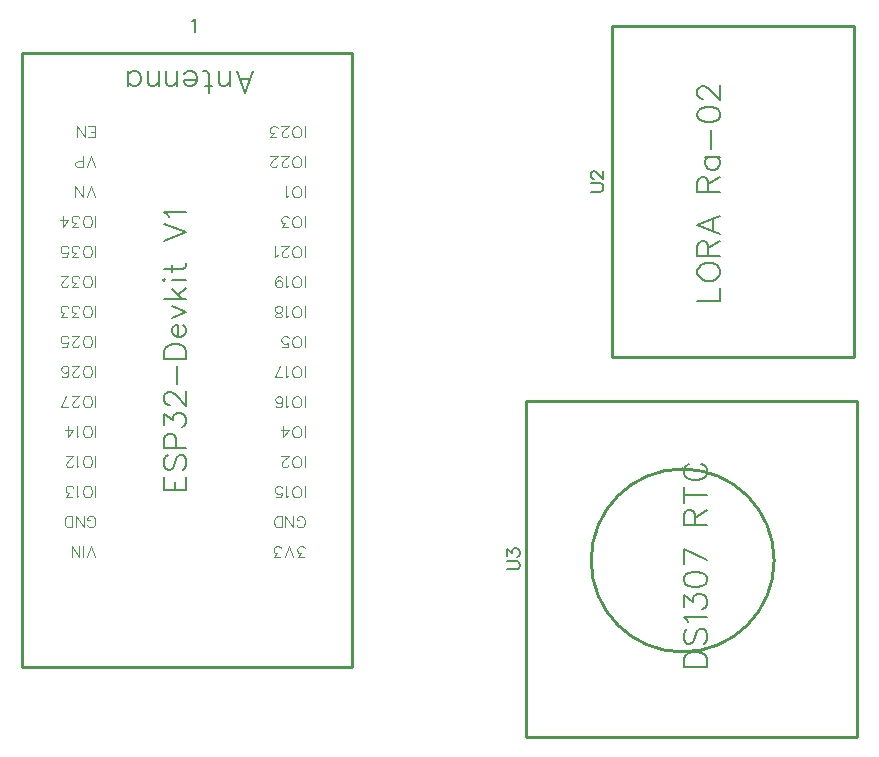
<source format=gto>
G04 Layer: TopSilkscreenLayer*
G04 EasyEDA v6.5.47, 2024-09-23 10:33:38*
G04 d3944284b6e04abc8746af3109f317fc,455023a0ac88494abd61f565c8365122,10*
G04 Gerber Generator version 0.2*
G04 Scale: 100 percent, Rotated: No, Reflected: No *
G04 Dimensions in millimeters *
G04 leading zeros omitted , absolute positions ,4 integer and 5 decimal *
%FSLAX45Y45*%
%MOMM*%

%ADD10C,0.2032*%
%ADD11C,0.1524*%
%ADD12C,0.0813*%
%ADD13C,0.1544*%
%ADD14C,0.2540*%
%ADD15C,0.0139*%

%LPD*%
D10*
X7249922Y5092700D02*
G01*
X7443724Y5092700D01*
X7249922Y5092700D02*
G01*
X7249922Y5157470D01*
X7259065Y5185155D01*
X7277608Y5203444D01*
X7296150Y5212842D01*
X7323836Y5221986D01*
X7369809Y5221986D01*
X7397750Y5212842D01*
X7416038Y5203444D01*
X7434579Y5185155D01*
X7443724Y5157470D01*
X7443724Y5092700D01*
X7277608Y5412231D02*
G01*
X7259065Y5393689D01*
X7249922Y5366004D01*
X7249922Y5329173D01*
X7259065Y5301487D01*
X7277608Y5282945D01*
X7296150Y5282945D01*
X7314438Y5292089D01*
X7323836Y5301487D01*
X7332979Y5320029D01*
X7351522Y5375402D01*
X7360665Y5393689D01*
X7369809Y5403087D01*
X7388352Y5412231D01*
X7416038Y5412231D01*
X7434579Y5393689D01*
X7443724Y5366004D01*
X7443724Y5329173D01*
X7434579Y5301487D01*
X7416038Y5282945D01*
X7286752Y5473192D02*
G01*
X7277608Y5491734D01*
X7249922Y5519420D01*
X7443724Y5519420D01*
X7249922Y5598921D02*
G01*
X7249922Y5700521D01*
X7323836Y5645150D01*
X7323836Y5672836D01*
X7332979Y5691123D01*
X7342124Y5700521D01*
X7369809Y5709665D01*
X7388352Y5709665D01*
X7416038Y5700521D01*
X7434579Y5681979D01*
X7443724Y5654294D01*
X7443724Y5626607D01*
X7434579Y5598921D01*
X7425436Y5589523D01*
X7406893Y5580379D01*
X7249922Y5825997D02*
G01*
X7259065Y5798312D01*
X7286752Y5779770D01*
X7332979Y5770626D01*
X7360665Y5770626D01*
X7406893Y5779770D01*
X7434579Y5798312D01*
X7443724Y5825997D01*
X7443724Y5844539D01*
X7434579Y5872226D01*
X7406893Y5890768D01*
X7360665Y5899912D01*
X7332979Y5899912D01*
X7286752Y5890768D01*
X7259065Y5872226D01*
X7249922Y5844539D01*
X7249922Y5825997D01*
X7249922Y6090157D02*
G01*
X7443724Y5997955D01*
X7249922Y5960871D02*
G01*
X7249922Y6090157D01*
X7249922Y6293357D02*
G01*
X7443724Y6293357D01*
X7249922Y6293357D02*
G01*
X7249922Y6376670D01*
X7259065Y6404355D01*
X7268209Y6413500D01*
X7286752Y6422644D01*
X7305293Y6422644D01*
X7323836Y6413500D01*
X7332979Y6404355D01*
X7342124Y6376670D01*
X7342124Y6293357D01*
X7342124Y6358128D02*
G01*
X7443724Y6422644D01*
X7249922Y6548373D02*
G01*
X7443724Y6548373D01*
X7249922Y6483604D02*
G01*
X7249922Y6612889D01*
X7296150Y6812534D02*
G01*
X7277608Y6803389D01*
X7259065Y6784847D01*
X7249922Y6766305D01*
X7249922Y6729476D01*
X7259065Y6710934D01*
X7277608Y6692392D01*
X7296150Y6683247D01*
X7323836Y6673850D01*
X7369809Y6673850D01*
X7397750Y6683247D01*
X7416038Y6692392D01*
X7434579Y6710934D01*
X7443724Y6729476D01*
X7443724Y6766305D01*
X7434579Y6784847D01*
X7416038Y6803389D01*
X7397750Y6812534D01*
D11*
X3086100Y10559287D02*
G01*
X3096513Y10564621D01*
X3112008Y10580115D01*
X3112008Y10471150D01*
D12*
X4029900Y6019812D02*
G01*
X3979100Y6019812D01*
X4006786Y6056642D01*
X3992816Y6056642D01*
X3983672Y6061214D01*
X3979100Y6066040D01*
X3974528Y6079756D01*
X3974528Y6088900D01*
X3979100Y6102870D01*
X3988244Y6112014D01*
X4002214Y6116840D01*
X4015930Y6116840D01*
X4029900Y6112014D01*
X4034472Y6107442D01*
X4039044Y6098298D01*
X3944048Y6019812D02*
G01*
X3906964Y6116840D01*
X3870134Y6019812D02*
G01*
X3906964Y6116840D01*
X3830256Y6019812D02*
G01*
X3779456Y6019812D01*
X3807142Y6056642D01*
X3793426Y6056642D01*
X3784028Y6061214D01*
X3779456Y6066040D01*
X3774884Y6079756D01*
X3774884Y6088900D01*
X3779456Y6102870D01*
X3788854Y6112014D01*
X3802570Y6116840D01*
X3816540Y6116840D01*
X3830256Y6112014D01*
X3834828Y6107442D01*
X3839654Y6098298D01*
X3969702Y6296926D02*
G01*
X3974528Y6287528D01*
X3983672Y6278384D01*
X3992816Y6273812D01*
X4011358Y6273812D01*
X4020502Y6278384D01*
X4029900Y6287528D01*
X4034472Y6296926D01*
X4039044Y6310642D01*
X4039044Y6333756D01*
X4034472Y6347726D01*
X4029900Y6356870D01*
X4020502Y6366014D01*
X4011358Y6370840D01*
X3992816Y6370840D01*
X3983672Y6366014D01*
X3974528Y6356870D01*
X3969702Y6347726D01*
X3969702Y6333756D01*
X3992816Y6333756D02*
G01*
X3969702Y6333756D01*
X3939222Y6273812D02*
G01*
X3939222Y6370840D01*
X3939222Y6273812D02*
G01*
X3874706Y6370840D01*
X3874706Y6273812D02*
G01*
X3874706Y6370840D01*
X3844226Y6273812D02*
G01*
X3844226Y6370840D01*
X3844226Y6273812D02*
G01*
X3811968Y6273812D01*
X3797998Y6278384D01*
X3788854Y6287528D01*
X3784028Y6296926D01*
X3779456Y6310642D01*
X3779456Y6333756D01*
X3784028Y6347726D01*
X3788854Y6356870D01*
X3797998Y6366014D01*
X3811968Y6370840D01*
X3844226Y6370840D01*
X4039044Y6527812D02*
G01*
X4039044Y6624840D01*
X3980878Y6527812D02*
G01*
X3990022Y6532384D01*
X3999420Y6541528D01*
X4003992Y6550926D01*
X4008564Y6564642D01*
X4008564Y6587756D01*
X4003992Y6601726D01*
X3999420Y6610870D01*
X3990022Y6620014D01*
X3980878Y6624840D01*
X3962336Y6624840D01*
X3953192Y6620014D01*
X3944048Y6610870D01*
X3939222Y6601726D01*
X3934650Y6587756D01*
X3934650Y6564642D01*
X3939222Y6550926D01*
X3944048Y6541528D01*
X3953192Y6532384D01*
X3962336Y6527812D01*
X3980878Y6527812D01*
X3904170Y6546100D02*
G01*
X3895026Y6541528D01*
X3881056Y6527812D01*
X3881056Y6624840D01*
X3795204Y6527812D02*
G01*
X3841432Y6527812D01*
X3846004Y6569214D01*
X3841432Y6564642D01*
X3827462Y6560070D01*
X3813746Y6560070D01*
X3799776Y6564642D01*
X3790632Y6574040D01*
X3786060Y6587756D01*
X3786060Y6596900D01*
X3790632Y6610870D01*
X3799776Y6620014D01*
X3813746Y6624840D01*
X3827462Y6624840D01*
X3841432Y6620014D01*
X3846004Y6615442D01*
X3850576Y6606298D01*
X4039044Y6781812D02*
G01*
X4039044Y6878840D01*
X3980878Y6781812D02*
G01*
X3990022Y6786384D01*
X3999420Y6795528D01*
X4003992Y6804926D01*
X4008564Y6818642D01*
X4008564Y6841756D01*
X4003992Y6855726D01*
X3999420Y6864870D01*
X3990022Y6874014D01*
X3980878Y6878840D01*
X3962336Y6878840D01*
X3953192Y6874014D01*
X3944048Y6864870D01*
X3939222Y6855726D01*
X3934650Y6841756D01*
X3934650Y6818642D01*
X3939222Y6804926D01*
X3944048Y6795528D01*
X3953192Y6786384D01*
X3962336Y6781812D01*
X3980878Y6781812D01*
X3899598Y6804926D02*
G01*
X3899598Y6800100D01*
X3895026Y6790956D01*
X3890454Y6786384D01*
X3881056Y6781812D01*
X3862768Y6781812D01*
X3853370Y6786384D01*
X3848798Y6790956D01*
X3844226Y6800100D01*
X3844226Y6809498D01*
X3848798Y6818642D01*
X3857942Y6832612D01*
X3904170Y6878840D01*
X3839654Y6878840D01*
X4039044Y7035812D02*
G01*
X4039044Y7132840D01*
X3980878Y7035812D02*
G01*
X3990022Y7040384D01*
X3999420Y7049528D01*
X4003992Y7058926D01*
X4008564Y7072642D01*
X4008564Y7095756D01*
X4003992Y7109726D01*
X3999420Y7118870D01*
X3990022Y7128014D01*
X3980878Y7132840D01*
X3962336Y7132840D01*
X3953192Y7128014D01*
X3944048Y7118870D01*
X3939222Y7109726D01*
X3934650Y7095756D01*
X3934650Y7072642D01*
X3939222Y7058926D01*
X3944048Y7049528D01*
X3953192Y7040384D01*
X3962336Y7035812D01*
X3980878Y7035812D01*
X3857942Y7035812D02*
G01*
X3904170Y7100328D01*
X3834828Y7100328D01*
X3857942Y7035812D02*
G01*
X3857942Y7132840D01*
X4039044Y7289812D02*
G01*
X4039044Y7386840D01*
X3980878Y7289812D02*
G01*
X3990022Y7294384D01*
X3999420Y7303528D01*
X4003992Y7312926D01*
X4008564Y7326642D01*
X4008564Y7349756D01*
X4003992Y7363726D01*
X3999420Y7372870D01*
X3990022Y7382014D01*
X3980878Y7386840D01*
X3962336Y7386840D01*
X3953192Y7382014D01*
X3944048Y7372870D01*
X3939222Y7363726D01*
X3934650Y7349756D01*
X3934650Y7326642D01*
X3939222Y7312926D01*
X3944048Y7303528D01*
X3953192Y7294384D01*
X3962336Y7289812D01*
X3980878Y7289812D01*
X3904170Y7308100D02*
G01*
X3895026Y7303528D01*
X3881056Y7289812D01*
X3881056Y7386840D01*
X3795204Y7303528D02*
G01*
X3799776Y7294384D01*
X3813746Y7289812D01*
X3822890Y7289812D01*
X3836860Y7294384D01*
X3846004Y7308100D01*
X3850576Y7331214D01*
X3850576Y7354328D01*
X3846004Y7372870D01*
X3836860Y7382014D01*
X3822890Y7386840D01*
X3818318Y7386840D01*
X3804348Y7382014D01*
X3795204Y7372870D01*
X3790632Y7358900D01*
X3790632Y7354328D01*
X3795204Y7340612D01*
X3804348Y7331214D01*
X3818318Y7326642D01*
X3822890Y7326642D01*
X3836860Y7331214D01*
X3846004Y7340612D01*
X3850576Y7354328D01*
X4039044Y7543812D02*
G01*
X4039044Y7640840D01*
X3980878Y7543812D02*
G01*
X3990022Y7548384D01*
X3999420Y7557528D01*
X4003992Y7566926D01*
X4008564Y7580642D01*
X4008564Y7603756D01*
X4003992Y7617726D01*
X3999420Y7626870D01*
X3990022Y7636014D01*
X3980878Y7640840D01*
X3962336Y7640840D01*
X3953192Y7636014D01*
X3944048Y7626870D01*
X3939222Y7617726D01*
X3934650Y7603756D01*
X3934650Y7580642D01*
X3939222Y7566926D01*
X3944048Y7557528D01*
X3953192Y7548384D01*
X3962336Y7543812D01*
X3980878Y7543812D01*
X3904170Y7562100D02*
G01*
X3895026Y7557528D01*
X3881056Y7543812D01*
X3881056Y7640840D01*
X3786060Y7543812D02*
G01*
X3832288Y7640840D01*
X3850576Y7543812D02*
G01*
X3786060Y7543812D01*
X4039044Y7797812D02*
G01*
X4039044Y7894840D01*
X3980878Y7797812D02*
G01*
X3990022Y7802384D01*
X3999420Y7811528D01*
X4003992Y7820926D01*
X4008564Y7834642D01*
X4008564Y7857756D01*
X4003992Y7871726D01*
X3999420Y7880870D01*
X3990022Y7890014D01*
X3980878Y7894840D01*
X3962336Y7894840D01*
X3953192Y7890014D01*
X3944048Y7880870D01*
X3939222Y7871726D01*
X3934650Y7857756D01*
X3934650Y7834642D01*
X3939222Y7820926D01*
X3944048Y7811528D01*
X3953192Y7802384D01*
X3962336Y7797812D01*
X3980878Y7797812D01*
X3848798Y7797812D02*
G01*
X3895026Y7797812D01*
X3899598Y7839214D01*
X3895026Y7834642D01*
X3881056Y7830070D01*
X3867340Y7830070D01*
X3853370Y7834642D01*
X3844226Y7844040D01*
X3839654Y7857756D01*
X3839654Y7866900D01*
X3844226Y7880870D01*
X3853370Y7890014D01*
X3867340Y7894840D01*
X3881056Y7894840D01*
X3895026Y7890014D01*
X3899598Y7885442D01*
X3904170Y7876298D01*
X4039044Y8051812D02*
G01*
X4039044Y8148840D01*
X3980878Y8051812D02*
G01*
X3990022Y8056384D01*
X3999420Y8065528D01*
X4003992Y8074926D01*
X4008564Y8088642D01*
X4008564Y8111756D01*
X4003992Y8125726D01*
X3999420Y8134870D01*
X3990022Y8144014D01*
X3980878Y8148840D01*
X3962336Y8148840D01*
X3953192Y8144014D01*
X3944048Y8134870D01*
X3939222Y8125726D01*
X3934650Y8111756D01*
X3934650Y8088642D01*
X3939222Y8074926D01*
X3944048Y8065528D01*
X3953192Y8056384D01*
X3962336Y8051812D01*
X3980878Y8051812D01*
X3904170Y8070100D02*
G01*
X3895026Y8065528D01*
X3881056Y8051812D01*
X3881056Y8148840D01*
X3827462Y8051812D02*
G01*
X3841432Y8056384D01*
X3846004Y8065528D01*
X3846004Y8074926D01*
X3841432Y8084070D01*
X3832288Y8088642D01*
X3813746Y8093214D01*
X3799776Y8098040D01*
X3790632Y8107184D01*
X3786060Y8116328D01*
X3786060Y8130298D01*
X3790632Y8139442D01*
X3795204Y8144014D01*
X3809174Y8148840D01*
X3827462Y8148840D01*
X3841432Y8144014D01*
X3846004Y8139442D01*
X3850576Y8130298D01*
X3850576Y8116328D01*
X3846004Y8107184D01*
X3836860Y8098040D01*
X3822890Y8093214D01*
X3804348Y8088642D01*
X3795204Y8084070D01*
X3790632Y8074926D01*
X3790632Y8065528D01*
X3795204Y8056384D01*
X3809174Y8051812D01*
X3827462Y8051812D01*
X4039044Y8305812D02*
G01*
X4039044Y8402840D01*
X3980878Y8305812D02*
G01*
X3990022Y8310384D01*
X3999420Y8319528D01*
X4003992Y8328926D01*
X4008564Y8342642D01*
X4008564Y8365756D01*
X4003992Y8379726D01*
X3999420Y8388870D01*
X3990022Y8398014D01*
X3980878Y8402840D01*
X3962336Y8402840D01*
X3953192Y8398014D01*
X3944048Y8388870D01*
X3939222Y8379726D01*
X3934650Y8365756D01*
X3934650Y8342642D01*
X3939222Y8328926D01*
X3944048Y8319528D01*
X3953192Y8310384D01*
X3962336Y8305812D01*
X3980878Y8305812D01*
X3904170Y8324100D02*
G01*
X3895026Y8319528D01*
X3881056Y8305812D01*
X3881056Y8402840D01*
X3790632Y8338070D02*
G01*
X3795204Y8352040D01*
X3804348Y8361184D01*
X3818318Y8365756D01*
X3822890Y8365756D01*
X3836860Y8361184D01*
X3846004Y8352040D01*
X3850576Y8338070D01*
X3850576Y8333498D01*
X3846004Y8319528D01*
X3836860Y8310384D01*
X3822890Y8305812D01*
X3818318Y8305812D01*
X3804348Y8310384D01*
X3795204Y8319528D01*
X3790632Y8338070D01*
X3790632Y8361184D01*
X3795204Y8384298D01*
X3804348Y8398014D01*
X3818318Y8402840D01*
X3827462Y8402840D01*
X3841432Y8398014D01*
X3846004Y8388870D01*
X4039044Y8559812D02*
G01*
X4039044Y8656840D01*
X3980878Y8559812D02*
G01*
X3990022Y8564384D01*
X3999420Y8573528D01*
X4003992Y8582926D01*
X4008564Y8596642D01*
X4008564Y8619756D01*
X4003992Y8633726D01*
X3999420Y8642870D01*
X3990022Y8652014D01*
X3980878Y8656840D01*
X3962336Y8656840D01*
X3953192Y8652014D01*
X3944048Y8642870D01*
X3939222Y8633726D01*
X3934650Y8619756D01*
X3934650Y8596642D01*
X3939222Y8582926D01*
X3944048Y8573528D01*
X3953192Y8564384D01*
X3962336Y8559812D01*
X3980878Y8559812D01*
X3899598Y8582926D02*
G01*
X3899598Y8578100D01*
X3895026Y8568956D01*
X3890454Y8564384D01*
X3881056Y8559812D01*
X3862768Y8559812D01*
X3853370Y8564384D01*
X3848798Y8568956D01*
X3844226Y8578100D01*
X3844226Y8587498D01*
X3848798Y8596642D01*
X3857942Y8610612D01*
X3904170Y8656840D01*
X3839654Y8656840D01*
X3809174Y8578100D02*
G01*
X3799776Y8573528D01*
X3786060Y8559812D01*
X3786060Y8656840D01*
X4039044Y8813812D02*
G01*
X4039044Y8910840D01*
X3980878Y8813812D02*
G01*
X3990022Y8818384D01*
X3999420Y8827528D01*
X4003992Y8836926D01*
X4008564Y8850642D01*
X4008564Y8873756D01*
X4003992Y8887726D01*
X3999420Y8896870D01*
X3990022Y8906014D01*
X3980878Y8910840D01*
X3962336Y8910840D01*
X3953192Y8906014D01*
X3944048Y8896870D01*
X3939222Y8887726D01*
X3934650Y8873756D01*
X3934650Y8850642D01*
X3939222Y8836926D01*
X3944048Y8827528D01*
X3953192Y8818384D01*
X3962336Y8813812D01*
X3980878Y8813812D01*
X3895026Y8813812D02*
G01*
X3844226Y8813812D01*
X3871912Y8850642D01*
X3857942Y8850642D01*
X3848798Y8855214D01*
X3844226Y8860040D01*
X3839654Y8873756D01*
X3839654Y8882900D01*
X3844226Y8896870D01*
X3853370Y8906014D01*
X3867340Y8910840D01*
X3881056Y8910840D01*
X3895026Y8906014D01*
X3899598Y8901442D01*
X3904170Y8892298D01*
X4039044Y9067812D02*
G01*
X4039044Y9164840D01*
X3980878Y9067812D02*
G01*
X3990022Y9072384D01*
X3999420Y9081528D01*
X4003992Y9090926D01*
X4008564Y9104642D01*
X4008564Y9127756D01*
X4003992Y9141726D01*
X3999420Y9150870D01*
X3990022Y9160014D01*
X3980878Y9164840D01*
X3962336Y9164840D01*
X3953192Y9160014D01*
X3944048Y9150870D01*
X3939222Y9141726D01*
X3934650Y9127756D01*
X3934650Y9104642D01*
X3939222Y9090926D01*
X3944048Y9081528D01*
X3953192Y9072384D01*
X3962336Y9067812D01*
X3980878Y9067812D01*
X3904170Y9086100D02*
G01*
X3895026Y9081528D01*
X3881056Y9067812D01*
X3881056Y9164840D01*
X4039044Y9321812D02*
G01*
X4039044Y9418840D01*
X3980878Y9321812D02*
G01*
X3990022Y9326384D01*
X3999420Y9335528D01*
X4003992Y9344926D01*
X4008564Y9358642D01*
X4008564Y9381756D01*
X4003992Y9395726D01*
X3999420Y9404870D01*
X3990022Y9414014D01*
X3980878Y9418840D01*
X3962336Y9418840D01*
X3953192Y9414014D01*
X3944048Y9404870D01*
X3939222Y9395726D01*
X3934650Y9381756D01*
X3934650Y9358642D01*
X3939222Y9344926D01*
X3944048Y9335528D01*
X3953192Y9326384D01*
X3962336Y9321812D01*
X3980878Y9321812D01*
X3899598Y9344926D02*
G01*
X3899598Y9340100D01*
X3895026Y9330956D01*
X3890454Y9326384D01*
X3881056Y9321812D01*
X3862768Y9321812D01*
X3853370Y9326384D01*
X3848798Y9330956D01*
X3844226Y9340100D01*
X3844226Y9349498D01*
X3848798Y9358642D01*
X3857942Y9372612D01*
X3904170Y9418840D01*
X3839654Y9418840D01*
X3804348Y9344926D02*
G01*
X3804348Y9340100D01*
X3799776Y9330956D01*
X3795204Y9326384D01*
X3786060Y9321812D01*
X3767518Y9321812D01*
X3758374Y9326384D01*
X3753548Y9330956D01*
X3748976Y9340100D01*
X3748976Y9349498D01*
X3753548Y9358642D01*
X3762946Y9372612D01*
X3809174Y9418840D01*
X3744404Y9418840D01*
X4039044Y9575812D02*
G01*
X4039044Y9672840D01*
X3980878Y9575812D02*
G01*
X3990022Y9580384D01*
X3999420Y9589528D01*
X4003992Y9598926D01*
X4008564Y9612642D01*
X4008564Y9635756D01*
X4003992Y9649726D01*
X3999420Y9658870D01*
X3990022Y9668014D01*
X3980878Y9672840D01*
X3962336Y9672840D01*
X3953192Y9668014D01*
X3944048Y9658870D01*
X3939222Y9649726D01*
X3934650Y9635756D01*
X3934650Y9612642D01*
X3939222Y9598926D01*
X3944048Y9589528D01*
X3953192Y9580384D01*
X3962336Y9575812D01*
X3980878Y9575812D01*
X3899598Y9598926D02*
G01*
X3899598Y9594100D01*
X3895026Y9584956D01*
X3890454Y9580384D01*
X3881056Y9575812D01*
X3862768Y9575812D01*
X3853370Y9580384D01*
X3848798Y9584956D01*
X3844226Y9594100D01*
X3844226Y9603498D01*
X3848798Y9612642D01*
X3857942Y9626612D01*
X3904170Y9672840D01*
X3839654Y9672840D01*
X3799776Y9575812D02*
G01*
X3748976Y9575812D01*
X3776662Y9612642D01*
X3762946Y9612642D01*
X3753548Y9617214D01*
X3748976Y9622040D01*
X3744404Y9635756D01*
X3744404Y9644900D01*
X3748976Y9658870D01*
X3758374Y9668014D01*
X3772090Y9672840D01*
X3786060Y9672840D01*
X3799776Y9668014D01*
X3804348Y9663442D01*
X3809174Y9654298D01*
X2267038Y6021641D02*
G01*
X2230208Y6118669D01*
X2193124Y6021641D02*
G01*
X2230208Y6118669D01*
X2162644Y6021641D02*
G01*
X2162644Y6118669D01*
X2132164Y6021641D02*
G01*
X2132164Y6118669D01*
X2132164Y6021641D02*
G01*
X2067648Y6118669D01*
X2067648Y6021641D02*
G01*
X2067648Y6118669D01*
X2197696Y6298755D02*
G01*
X2202522Y6289611D01*
X2211666Y6280467D01*
X2220810Y6275641D01*
X2239352Y6275641D01*
X2248496Y6280467D01*
X2257894Y6289611D01*
X2262466Y6298755D01*
X2267038Y6312725D01*
X2267038Y6335839D01*
X2262466Y6349555D01*
X2257894Y6358953D01*
X2248496Y6368097D01*
X2239352Y6372669D01*
X2220810Y6372669D01*
X2211666Y6368097D01*
X2202522Y6358953D01*
X2197696Y6349555D01*
X2197696Y6335839D01*
X2220810Y6335839D02*
G01*
X2197696Y6335839D01*
X2167216Y6275641D02*
G01*
X2167216Y6372669D01*
X2167216Y6275641D02*
G01*
X2102700Y6372669D01*
X2102700Y6275641D02*
G01*
X2102700Y6372669D01*
X2072220Y6275641D02*
G01*
X2072220Y6372669D01*
X2072220Y6275641D02*
G01*
X2039962Y6275641D01*
X2025992Y6280467D01*
X2016848Y6289611D01*
X2012276Y6298755D01*
X2007450Y6312725D01*
X2007450Y6335839D01*
X2012276Y6349555D01*
X2016848Y6358953D01*
X2025992Y6368097D01*
X2039962Y6372669D01*
X2072220Y6372669D01*
X2267038Y6529641D02*
G01*
X2267038Y6626669D01*
X2208872Y6529641D02*
G01*
X2218016Y6534467D01*
X2227414Y6543611D01*
X2231986Y6552755D01*
X2236558Y6566725D01*
X2236558Y6589839D01*
X2231986Y6603555D01*
X2227414Y6612953D01*
X2218016Y6622097D01*
X2208872Y6626669D01*
X2190330Y6626669D01*
X2181186Y6622097D01*
X2172042Y6612953D01*
X2167216Y6603555D01*
X2162644Y6589839D01*
X2162644Y6566725D01*
X2167216Y6552755D01*
X2172042Y6543611D01*
X2181186Y6534467D01*
X2190330Y6529641D01*
X2208872Y6529641D01*
X2132164Y6548183D02*
G01*
X2123020Y6543611D01*
X2109050Y6529641D01*
X2109050Y6626669D01*
X2069426Y6529641D02*
G01*
X2018626Y6529641D01*
X2046312Y6566725D01*
X2032596Y6566725D01*
X2023198Y6571297D01*
X2018626Y6575869D01*
X2014054Y6589839D01*
X2014054Y6598983D01*
X2018626Y6612953D01*
X2027770Y6622097D01*
X2041740Y6626669D01*
X2055456Y6626669D01*
X2069426Y6622097D01*
X2073998Y6617525D01*
X2078570Y6608381D01*
X2267038Y6783641D02*
G01*
X2267038Y6880669D01*
X2208872Y6783641D02*
G01*
X2218016Y6788467D01*
X2227414Y6797611D01*
X2231986Y6806755D01*
X2236558Y6820725D01*
X2236558Y6843839D01*
X2231986Y6857555D01*
X2227414Y6866953D01*
X2218016Y6876097D01*
X2208872Y6880669D01*
X2190330Y6880669D01*
X2181186Y6876097D01*
X2172042Y6866953D01*
X2167216Y6857555D01*
X2162644Y6843839D01*
X2162644Y6820725D01*
X2167216Y6806755D01*
X2172042Y6797611D01*
X2181186Y6788467D01*
X2190330Y6783641D01*
X2208872Y6783641D01*
X2132164Y6802183D02*
G01*
X2123020Y6797611D01*
X2109050Y6783641D01*
X2109050Y6880669D01*
X2073998Y6806755D02*
G01*
X2073998Y6802183D01*
X2069426Y6793039D01*
X2064854Y6788467D01*
X2055456Y6783641D01*
X2037168Y6783641D01*
X2027770Y6788467D01*
X2023198Y6793039D01*
X2018626Y6802183D01*
X2018626Y6811581D01*
X2023198Y6820725D01*
X2032596Y6834441D01*
X2078570Y6880669D01*
X2014054Y6880669D01*
X2267038Y7037641D02*
G01*
X2267038Y7134669D01*
X2208872Y7037641D02*
G01*
X2218016Y7042467D01*
X2227414Y7051611D01*
X2231986Y7060755D01*
X2236558Y7074725D01*
X2236558Y7097839D01*
X2231986Y7111555D01*
X2227414Y7120953D01*
X2218016Y7130097D01*
X2208872Y7134669D01*
X2190330Y7134669D01*
X2181186Y7130097D01*
X2172042Y7120953D01*
X2167216Y7111555D01*
X2162644Y7097839D01*
X2162644Y7074725D01*
X2167216Y7060755D01*
X2172042Y7051611D01*
X2181186Y7042467D01*
X2190330Y7037641D01*
X2208872Y7037641D01*
X2132164Y7056183D02*
G01*
X2123020Y7051611D01*
X2109050Y7037641D01*
X2109050Y7134669D01*
X2032596Y7037641D02*
G01*
X2078570Y7102411D01*
X2009482Y7102411D01*
X2032596Y7037641D02*
G01*
X2032596Y7134669D01*
X2267038Y7291641D02*
G01*
X2267038Y7388669D01*
X2208872Y7291641D02*
G01*
X2218016Y7296467D01*
X2227414Y7305611D01*
X2231986Y7314755D01*
X2236558Y7328725D01*
X2236558Y7351839D01*
X2231986Y7365555D01*
X2227414Y7374953D01*
X2218016Y7384097D01*
X2208872Y7388669D01*
X2190330Y7388669D01*
X2181186Y7384097D01*
X2172042Y7374953D01*
X2167216Y7365555D01*
X2162644Y7351839D01*
X2162644Y7328725D01*
X2167216Y7314755D01*
X2172042Y7305611D01*
X2181186Y7296467D01*
X2190330Y7291641D01*
X2208872Y7291641D01*
X2127592Y7314755D02*
G01*
X2127592Y7310183D01*
X2123020Y7301039D01*
X2118448Y7296467D01*
X2109050Y7291641D01*
X2090762Y7291641D01*
X2081364Y7296467D01*
X2076792Y7301039D01*
X2072220Y7310183D01*
X2072220Y7319581D01*
X2076792Y7328725D01*
X2085936Y7342441D01*
X2132164Y7388669D01*
X2067648Y7388669D01*
X1972398Y7291641D02*
G01*
X2018626Y7388669D01*
X2037168Y7291641D02*
G01*
X1972398Y7291641D01*
X2267038Y7545641D02*
G01*
X2267038Y7642669D01*
X2208872Y7545641D02*
G01*
X2218016Y7550467D01*
X2227414Y7559611D01*
X2231986Y7568755D01*
X2236558Y7582725D01*
X2236558Y7605839D01*
X2231986Y7619555D01*
X2227414Y7628953D01*
X2218016Y7638097D01*
X2208872Y7642669D01*
X2190330Y7642669D01*
X2181186Y7638097D01*
X2172042Y7628953D01*
X2167216Y7619555D01*
X2162644Y7605839D01*
X2162644Y7582725D01*
X2167216Y7568755D01*
X2172042Y7559611D01*
X2181186Y7550467D01*
X2190330Y7545641D01*
X2208872Y7545641D01*
X2127592Y7568755D02*
G01*
X2127592Y7564183D01*
X2123020Y7555039D01*
X2118448Y7550467D01*
X2109050Y7545641D01*
X2090762Y7545641D01*
X2081364Y7550467D01*
X2076792Y7555039D01*
X2072220Y7564183D01*
X2072220Y7573581D01*
X2076792Y7582725D01*
X2085936Y7596441D01*
X2132164Y7642669D01*
X2067648Y7642669D01*
X1981796Y7559611D02*
G01*
X1986368Y7550467D01*
X2000084Y7545641D01*
X2009482Y7545641D01*
X2023198Y7550467D01*
X2032596Y7564183D01*
X2037168Y7587297D01*
X2037168Y7610411D01*
X2032596Y7628953D01*
X2023198Y7638097D01*
X2009482Y7642669D01*
X2004656Y7642669D01*
X1990940Y7638097D01*
X1981796Y7628953D01*
X1976970Y7614983D01*
X1976970Y7610411D01*
X1981796Y7596441D01*
X1990940Y7587297D01*
X2004656Y7582725D01*
X2009482Y7582725D01*
X2023198Y7587297D01*
X2032596Y7596441D01*
X2037168Y7610411D01*
X2267038Y7799641D02*
G01*
X2267038Y7896669D01*
X2208872Y7799641D02*
G01*
X2218016Y7804467D01*
X2227414Y7813611D01*
X2231986Y7822755D01*
X2236558Y7836725D01*
X2236558Y7859839D01*
X2231986Y7873555D01*
X2227414Y7882953D01*
X2218016Y7892097D01*
X2208872Y7896669D01*
X2190330Y7896669D01*
X2181186Y7892097D01*
X2172042Y7882953D01*
X2167216Y7873555D01*
X2162644Y7859839D01*
X2162644Y7836725D01*
X2167216Y7822755D01*
X2172042Y7813611D01*
X2181186Y7804467D01*
X2190330Y7799641D01*
X2208872Y7799641D01*
X2127592Y7822755D02*
G01*
X2127592Y7818183D01*
X2123020Y7809039D01*
X2118448Y7804467D01*
X2109050Y7799641D01*
X2090762Y7799641D01*
X2081364Y7804467D01*
X2076792Y7809039D01*
X2072220Y7818183D01*
X2072220Y7827581D01*
X2076792Y7836725D01*
X2085936Y7850441D01*
X2132164Y7896669D01*
X2067648Y7896669D01*
X1981796Y7799641D02*
G01*
X2027770Y7799641D01*
X2032596Y7841297D01*
X2027770Y7836725D01*
X2014054Y7832153D01*
X2000084Y7832153D01*
X1986368Y7836725D01*
X1976970Y7845869D01*
X1972398Y7859839D01*
X1972398Y7868983D01*
X1976970Y7882953D01*
X1986368Y7892097D01*
X2000084Y7896669D01*
X2014054Y7896669D01*
X2027770Y7892097D01*
X2032596Y7887525D01*
X2037168Y7878381D01*
X2267038Y8053641D02*
G01*
X2267038Y8150669D01*
X2208872Y8053641D02*
G01*
X2218016Y8058467D01*
X2227414Y8067611D01*
X2231986Y8076755D01*
X2236558Y8090725D01*
X2236558Y8113839D01*
X2231986Y8127555D01*
X2227414Y8136953D01*
X2218016Y8146097D01*
X2208872Y8150669D01*
X2190330Y8150669D01*
X2181186Y8146097D01*
X2172042Y8136953D01*
X2167216Y8127555D01*
X2162644Y8113839D01*
X2162644Y8090725D01*
X2167216Y8076755D01*
X2172042Y8067611D01*
X2181186Y8058467D01*
X2190330Y8053641D01*
X2208872Y8053641D01*
X2123020Y8053641D02*
G01*
X2072220Y8053641D01*
X2099906Y8090725D01*
X2085936Y8090725D01*
X2076792Y8095297D01*
X2072220Y8099869D01*
X2067648Y8113839D01*
X2067648Y8122983D01*
X2072220Y8136953D01*
X2081364Y8146097D01*
X2095334Y8150669D01*
X2109050Y8150669D01*
X2123020Y8146097D01*
X2127592Y8141525D01*
X2132164Y8132381D01*
X2027770Y8053641D02*
G01*
X1976970Y8053641D01*
X2004656Y8090725D01*
X1990940Y8090725D01*
X1981796Y8095297D01*
X1976970Y8099869D01*
X1972398Y8113839D01*
X1972398Y8122983D01*
X1976970Y8136953D01*
X1986368Y8146097D01*
X2000084Y8150669D01*
X2014054Y8150669D01*
X2027770Y8146097D01*
X2032596Y8141525D01*
X2037168Y8132381D01*
X2267038Y8307641D02*
G01*
X2267038Y8404669D01*
X2208872Y8307641D02*
G01*
X2218016Y8312467D01*
X2227414Y8321611D01*
X2231986Y8330755D01*
X2236558Y8344725D01*
X2236558Y8367839D01*
X2231986Y8381555D01*
X2227414Y8390953D01*
X2218016Y8400097D01*
X2208872Y8404669D01*
X2190330Y8404669D01*
X2181186Y8400097D01*
X2172042Y8390953D01*
X2167216Y8381555D01*
X2162644Y8367839D01*
X2162644Y8344725D01*
X2167216Y8330755D01*
X2172042Y8321611D01*
X2181186Y8312467D01*
X2190330Y8307641D01*
X2208872Y8307641D01*
X2123020Y8307641D02*
G01*
X2072220Y8307641D01*
X2099906Y8344725D01*
X2085936Y8344725D01*
X2076792Y8349297D01*
X2072220Y8353869D01*
X2067648Y8367839D01*
X2067648Y8376983D01*
X2072220Y8390953D01*
X2081364Y8400097D01*
X2095334Y8404669D01*
X2109050Y8404669D01*
X2123020Y8400097D01*
X2127592Y8395525D01*
X2132164Y8386381D01*
X2032596Y8330755D02*
G01*
X2032596Y8326183D01*
X2027770Y8317039D01*
X2023198Y8312467D01*
X2014054Y8307641D01*
X1995512Y8307641D01*
X1986368Y8312467D01*
X1981796Y8317039D01*
X1976970Y8326183D01*
X1976970Y8335581D01*
X1981796Y8344725D01*
X1990940Y8358441D01*
X2037168Y8404669D01*
X1972398Y8404669D01*
X2267038Y8561641D02*
G01*
X2267038Y8658669D01*
X2208872Y8561641D02*
G01*
X2218016Y8566467D01*
X2227414Y8575611D01*
X2231986Y8584755D01*
X2236558Y8598725D01*
X2236558Y8621839D01*
X2231986Y8635555D01*
X2227414Y8644953D01*
X2218016Y8654097D01*
X2208872Y8658669D01*
X2190330Y8658669D01*
X2181186Y8654097D01*
X2172042Y8644953D01*
X2167216Y8635555D01*
X2162644Y8621839D01*
X2162644Y8598725D01*
X2167216Y8584755D01*
X2172042Y8575611D01*
X2181186Y8566467D01*
X2190330Y8561641D01*
X2208872Y8561641D01*
X2123020Y8561641D02*
G01*
X2072220Y8561641D01*
X2099906Y8598725D01*
X2085936Y8598725D01*
X2076792Y8603297D01*
X2072220Y8607869D01*
X2067648Y8621839D01*
X2067648Y8630983D01*
X2072220Y8644953D01*
X2081364Y8654097D01*
X2095334Y8658669D01*
X2109050Y8658669D01*
X2123020Y8654097D01*
X2127592Y8649525D01*
X2132164Y8640381D01*
X1981796Y8561641D02*
G01*
X2027770Y8561641D01*
X2032596Y8603297D01*
X2027770Y8598725D01*
X2014054Y8594153D01*
X2000084Y8594153D01*
X1986368Y8598725D01*
X1976970Y8607869D01*
X1972398Y8621839D01*
X1972398Y8630983D01*
X1976970Y8644953D01*
X1986368Y8654097D01*
X2000084Y8658669D01*
X2014054Y8658669D01*
X2027770Y8654097D01*
X2032596Y8649525D01*
X2037168Y8640381D01*
X2267038Y8815641D02*
G01*
X2267038Y8912669D01*
X2208872Y8815641D02*
G01*
X2218016Y8820467D01*
X2227414Y8829611D01*
X2231986Y8838755D01*
X2236558Y8852725D01*
X2236558Y8875839D01*
X2231986Y8889555D01*
X2227414Y8898953D01*
X2218016Y8908097D01*
X2208872Y8912669D01*
X2190330Y8912669D01*
X2181186Y8908097D01*
X2172042Y8898953D01*
X2167216Y8889555D01*
X2162644Y8875839D01*
X2162644Y8852725D01*
X2167216Y8838755D01*
X2172042Y8829611D01*
X2181186Y8820467D01*
X2190330Y8815641D01*
X2208872Y8815641D01*
X2123020Y8815641D02*
G01*
X2072220Y8815641D01*
X2099906Y8852725D01*
X2085936Y8852725D01*
X2076792Y8857297D01*
X2072220Y8861869D01*
X2067648Y8875839D01*
X2067648Y8884983D01*
X2072220Y8898953D01*
X2081364Y8908097D01*
X2095334Y8912669D01*
X2109050Y8912669D01*
X2123020Y8908097D01*
X2127592Y8903525D01*
X2132164Y8894381D01*
X1990940Y8815641D02*
G01*
X2037168Y8880411D01*
X1967826Y8880411D01*
X1990940Y8815641D02*
G01*
X1990940Y8912669D01*
X2267038Y9069641D02*
G01*
X2230208Y9166669D01*
X2193124Y9069641D02*
G01*
X2230208Y9166669D01*
X2162644Y9069641D02*
G01*
X2162644Y9166669D01*
X2162644Y9069641D02*
G01*
X2098128Y9166669D01*
X2098128Y9069641D02*
G01*
X2098128Y9166669D01*
X2267038Y9323641D02*
G01*
X2230208Y9420669D01*
X2193124Y9323641D02*
G01*
X2230208Y9420669D01*
X2162644Y9323641D02*
G01*
X2162644Y9420669D01*
X2162644Y9323641D02*
G01*
X2121242Y9323641D01*
X2107272Y9328467D01*
X2102700Y9333039D01*
X2098128Y9342183D01*
X2098128Y9356153D01*
X2102700Y9365297D01*
X2107272Y9369869D01*
X2121242Y9374441D01*
X2162644Y9374441D01*
X2267038Y9577641D02*
G01*
X2267038Y9674669D01*
X2267038Y9577641D02*
G01*
X2207094Y9577641D01*
X2267038Y9623869D02*
G01*
X2230208Y9623869D01*
X2267038Y9674669D02*
G01*
X2207094Y9674669D01*
X2176614Y9577641D02*
G01*
X2176614Y9674669D01*
X2176614Y9577641D02*
G01*
X2111844Y9674669D01*
X2111844Y9577641D02*
G01*
X2111844Y9674669D01*
D13*
X2851264Y6590652D02*
G01*
X3035668Y6590652D01*
X2851264Y6590652D02*
G01*
X2851264Y6704698D01*
X2939148Y6590652D02*
G01*
X2939148Y6660756D01*
X3035668Y6590652D02*
G01*
X3035668Y6704698D01*
X2877680Y6885546D02*
G01*
X2860154Y6868020D01*
X2851264Y6841604D01*
X2851264Y6806552D01*
X2860154Y6780136D01*
X2877680Y6762610D01*
X2895206Y6762610D01*
X2912732Y6771500D01*
X2921368Y6780136D01*
X2930258Y6797662D01*
X2947784Y6850494D01*
X2956674Y6868020D01*
X2965310Y6876656D01*
X2982836Y6885546D01*
X3009252Y6885546D01*
X3026778Y6868020D01*
X3035668Y6841604D01*
X3035668Y6806552D01*
X3026778Y6780136D01*
X3009252Y6762610D01*
X2851264Y6943458D02*
G01*
X3035668Y6943458D01*
X2851264Y6943458D02*
G01*
X2851264Y7022452D01*
X2860154Y7048614D01*
X2868790Y7057504D01*
X2886316Y7066140D01*
X2912732Y7066140D01*
X2930258Y7057504D01*
X2939148Y7048614D01*
X2947784Y7022452D01*
X2947784Y6943458D01*
X2851264Y7141832D02*
G01*
X2851264Y7238352D01*
X2921368Y7185520D01*
X2921368Y7211936D01*
X2930258Y7229462D01*
X2939148Y7238352D01*
X2965310Y7246988D01*
X2982836Y7246988D01*
X3009252Y7238352D01*
X3026778Y7220572D01*
X3035668Y7194410D01*
X3035668Y7167994D01*
X3026778Y7141832D01*
X3017888Y7132942D01*
X3000362Y7124052D01*
X2895206Y7313790D02*
G01*
X2886316Y7313790D01*
X2868790Y7322426D01*
X2860154Y7331316D01*
X2851264Y7348842D01*
X2851264Y7383894D01*
X2860154Y7401420D01*
X2868790Y7410310D01*
X2886316Y7418946D01*
X2903842Y7418946D01*
X2921368Y7410310D01*
X2947784Y7392784D01*
X3035668Y7304900D01*
X3035668Y7427836D01*
X2956674Y7485748D02*
G01*
X2956674Y7643736D01*
X2851264Y7701648D02*
G01*
X3035668Y7701648D01*
X2851264Y7701648D02*
G01*
X2851264Y7762862D01*
X2860154Y7789278D01*
X2877680Y7806804D01*
X2895206Y7815694D01*
X2921368Y7824330D01*
X2965310Y7824330D01*
X2991726Y7815694D01*
X3009252Y7806804D01*
X3026778Y7789278D01*
X3035668Y7762862D01*
X3035668Y7701648D01*
X2965310Y7882242D02*
G01*
X2965310Y7987652D01*
X2947784Y7987652D01*
X2930258Y7978762D01*
X2921368Y7970126D01*
X2912732Y7952600D01*
X2912732Y7926184D01*
X2921368Y7908658D01*
X2939148Y7891132D01*
X2965310Y7882242D01*
X2982836Y7882242D01*
X3009252Y7891132D01*
X3026778Y7908658D01*
X3035668Y7926184D01*
X3035668Y7952600D01*
X3026778Y7970126D01*
X3009252Y7987652D01*
X2912732Y8045564D02*
G01*
X3035668Y8098142D01*
X2912732Y8150720D02*
G01*
X3035668Y8098142D01*
X2851264Y8208632D02*
G01*
X3035668Y8208632D01*
X2912732Y8296516D02*
G01*
X3000362Y8208632D01*
X2965310Y8243684D02*
G01*
X3035668Y8305152D01*
X2851264Y8363064D02*
G01*
X2860154Y8371954D01*
X2851264Y8380590D01*
X2842628Y8371954D01*
X2851264Y8363064D01*
X2912732Y8371954D02*
G01*
X3035668Y8371954D01*
X2851264Y8464918D02*
G01*
X3000362Y8464918D01*
X3026778Y8473808D01*
X3035668Y8491334D01*
X3035668Y8508860D01*
X2912732Y8438502D02*
G01*
X2912732Y8499970D01*
X2851264Y8701900D02*
G01*
X3035668Y8772004D01*
X2851264Y8842108D02*
G01*
X3035668Y8772004D01*
X2886316Y8900020D02*
G01*
X2877680Y8917800D01*
X2851264Y8943962D01*
X3035668Y8943962D01*
X3534778Y9951859D02*
G01*
X3604882Y10136263D01*
X3534778Y9951859D02*
G01*
X3464420Y10136263D01*
X3578466Y10074795D02*
G01*
X3490836Y10074795D01*
X3406508Y10013327D02*
G01*
X3406508Y10136263D01*
X3406508Y10048379D02*
G01*
X3380346Y10021963D01*
X3362820Y10013327D01*
X3336404Y10013327D01*
X3318878Y10021963D01*
X3309988Y10048379D01*
X3309988Y10136263D01*
X3225914Y9951859D02*
G01*
X3225914Y10100957D01*
X3217024Y10127373D01*
X3199498Y10136263D01*
X3181972Y10136263D01*
X3252076Y10013327D02*
G01*
X3190608Y10013327D01*
X3124060Y10065905D02*
G01*
X3018650Y10065905D01*
X3018650Y10048379D01*
X3027540Y10030853D01*
X3036176Y10021963D01*
X3053956Y10013327D01*
X3080118Y10013327D01*
X3097644Y10021963D01*
X3115170Y10039743D01*
X3124060Y10065905D01*
X3124060Y10083431D01*
X3115170Y10109847D01*
X3097644Y10127373D01*
X3080118Y10136263D01*
X3053956Y10136263D01*
X3036176Y10127373D01*
X3018650Y10109847D01*
X2960738Y10013327D02*
G01*
X2960738Y10136263D01*
X2960738Y10048379D02*
G01*
X2934576Y10021963D01*
X2917050Y10013327D01*
X2890634Y10013327D01*
X2873108Y10021963D01*
X2864218Y10048379D01*
X2864218Y10136263D01*
X2806306Y10013327D02*
G01*
X2806306Y10136263D01*
X2806306Y10048379D02*
G01*
X2780144Y10021963D01*
X2762618Y10013327D01*
X2736202Y10013327D01*
X2718676Y10021963D01*
X2709786Y10048379D01*
X2709786Y10136263D01*
X2546718Y10013327D02*
G01*
X2546718Y10136263D01*
X2546718Y10039743D02*
G01*
X2564244Y10021963D01*
X2581770Y10013327D01*
X2608186Y10013327D01*
X2625712Y10021963D01*
X2643238Y10039743D01*
X2651874Y10065905D01*
X2651874Y10083431D01*
X2643238Y10109847D01*
X2625712Y10127373D01*
X2608186Y10136263D01*
X2581770Y10136263D01*
X2564244Y10127373D01*
X2546718Y10109847D01*
D11*
X6459580Y9115602D02*
G01*
X6537558Y9115602D01*
X6553052Y9120682D01*
X6563466Y9131096D01*
X6568546Y9146844D01*
X6568546Y9157258D01*
X6563466Y9172752D01*
X6553052Y9183166D01*
X6537558Y9188246D01*
X6459580Y9188246D01*
X6485488Y9227870D02*
G01*
X6480408Y9227870D01*
X6469994Y9232950D01*
X6464660Y9238284D01*
X6459580Y9248698D01*
X6459580Y9269272D01*
X6464660Y9279686D01*
X6469994Y9285020D01*
X6480408Y9290100D01*
X6490822Y9290100D01*
X6501236Y9285020D01*
X6516730Y9274606D01*
X6568546Y9222536D01*
X6568546Y9295434D01*
D10*
X7364074Y8191550D02*
G01*
X7558130Y8191550D01*
X7558130Y8191550D02*
G01*
X7558130Y8302294D01*
X7364074Y8418626D02*
G01*
X7373472Y8400338D01*
X7391760Y8381796D01*
X7410302Y8372652D01*
X7437988Y8363254D01*
X7484216Y8363254D01*
X7511902Y8372652D01*
X7530444Y8381796D01*
X7548986Y8400338D01*
X7558130Y8418626D01*
X7558130Y8455710D01*
X7548986Y8474252D01*
X7530444Y8492540D01*
X7511902Y8501938D01*
X7484216Y8511082D01*
X7437988Y8511082D01*
X7410302Y8501938D01*
X7391760Y8492540D01*
X7373472Y8474252D01*
X7364074Y8455710D01*
X7364074Y8418626D01*
X7364074Y8572042D02*
G01*
X7558130Y8572042D01*
X7364074Y8572042D02*
G01*
X7364074Y8655100D01*
X7373472Y8682786D01*
X7382616Y8692184D01*
X7401158Y8701328D01*
X7419446Y8701328D01*
X7437988Y8692184D01*
X7447386Y8682786D01*
X7456530Y8655100D01*
X7456530Y8572042D01*
X7456530Y8636812D02*
G01*
X7558130Y8701328D01*
X7364074Y8836202D02*
G01*
X7558130Y8762288D01*
X7364074Y8836202D02*
G01*
X7558130Y8910116D01*
X7493360Y8789974D02*
G01*
X7493360Y8882430D01*
X7364074Y9113316D02*
G01*
X7558130Y9113316D01*
X7364074Y9113316D02*
G01*
X7364074Y9196374D01*
X7373472Y9224060D01*
X7382616Y9233458D01*
X7401158Y9242602D01*
X7419446Y9242602D01*
X7437988Y9233458D01*
X7447386Y9224060D01*
X7456530Y9196374D01*
X7456530Y9113316D01*
X7456530Y9177832D02*
G01*
X7558130Y9242602D01*
X7428844Y9414306D02*
G01*
X7558130Y9414306D01*
X7456530Y9414306D02*
G01*
X7437988Y9396018D01*
X7428844Y9377476D01*
X7428844Y9349790D01*
X7437988Y9331248D01*
X7456530Y9312706D01*
X7484216Y9303562D01*
X7502758Y9303562D01*
X7530444Y9312706D01*
X7548986Y9331248D01*
X7558130Y9349790D01*
X7558130Y9377476D01*
X7548986Y9396018D01*
X7530444Y9414306D01*
X7475072Y9475266D02*
G01*
X7475072Y9641636D01*
X7364074Y9757968D02*
G01*
X7373472Y9730282D01*
X7401158Y9711740D01*
X7447386Y9702596D01*
X7475072Y9702596D01*
X7521046Y9711740D01*
X7548986Y9730282D01*
X7558130Y9757968D01*
X7558130Y9776510D01*
X7548986Y9804196D01*
X7521046Y9822738D01*
X7475072Y9831882D01*
X7447386Y9831882D01*
X7401158Y9822738D01*
X7373472Y9804196D01*
X7364074Y9776510D01*
X7364074Y9757968D01*
X7410302Y9901986D02*
G01*
X7401158Y9901986D01*
X7382616Y9911384D01*
X7373472Y9920528D01*
X7364074Y9939070D01*
X7364074Y9975900D01*
X7373472Y9994442D01*
X7382616Y10003586D01*
X7401158Y10012984D01*
X7419446Y10012984D01*
X7437988Y10003586D01*
X7465674Y9985298D01*
X7558130Y9892842D01*
X7558130Y10022128D01*
D11*
X5752084Y5918200D02*
G01*
X5830061Y5918200D01*
X5845556Y5923279D01*
X5855970Y5933694D01*
X5861050Y5949442D01*
X5861050Y5959855D01*
X5855970Y5975350D01*
X5845556Y5985763D01*
X5830061Y5990844D01*
X5752084Y5990844D01*
X5752084Y6035547D02*
G01*
X5752084Y6092697D01*
X5793740Y6061710D01*
X5793740Y6077204D01*
X5798820Y6087618D01*
X5803900Y6092697D01*
X5819647Y6098031D01*
X5830061Y6098031D01*
X5845556Y6092697D01*
X5855970Y6082284D01*
X5861050Y6066789D01*
X5861050Y6051295D01*
X5855970Y6035547D01*
X5850890Y6030468D01*
X5840475Y6025134D01*
D14*
X1649082Y5094084D02*
G01*
X1649082Y10294073D01*
X4439069Y10294073D01*
X4439069Y5094084D01*
X1649082Y5094084D01*
X6642105Y7715605D02*
G01*
X6642105Y10515600D01*
X8692113Y10515600D01*
X8692113Y7715605D01*
X6642105Y7715605D01*
X8712200Y4495800D02*
G01*
X8712200Y7345794D01*
X8712200Y4495800D02*
G01*
X5912205Y4495800D01*
X5912205Y4495800D02*
G01*
X5912205Y7345794D01*
X8712200Y7345794D02*
G01*
X5912205Y7345794D01*
G75*
G01
X8013700Y5994400D02*
G03X8013700Y5994400I-774700J0D01*
M02*

</source>
